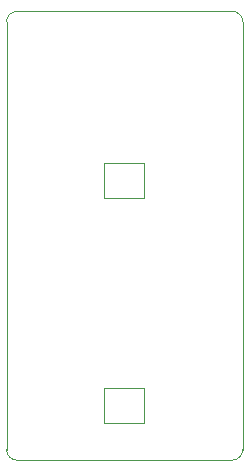
<source format=gbr>
%TF.GenerationSoftware,KiCad,Pcbnew,(7.0.0-0)*%
%TF.CreationDate,2023-02-20T11:28:14-08:00*%
%TF.ProjectId,choc_milk_keyboard,63686f63-5f6d-4696-9c6b-5f6b6579626f,rev?*%
%TF.SameCoordinates,Original*%
%TF.FileFunction,Profile,NP*%
%FSLAX46Y46*%
G04 Gerber Fmt 4.6, Leading zero omitted, Abs format (unit mm)*
G04 Created by KiCad (PCBNEW (7.0.0-0)) date 2023-02-20 11:28:14*
%MOMM*%
%LPD*%
G01*
G04 APERTURE LIST*
%TA.AperFunction,Profile*%
%ADD10C,0.100000*%
%TD*%
%TA.AperFunction,Profile*%
%ADD11C,0.120000*%
%TD*%
G04 APERTURE END LIST*
D10*
X75888618Y-99999618D02*
X94111000Y-99999618D01*
X94111000Y-138000000D02*
G75*
G03*
X95000000Y-137111000I0J889000D01*
G01*
X75888618Y-99999618D02*
G75*
G03*
X74999618Y-100888618I-18J-888982D01*
G01*
X94999982Y-100888618D02*
G75*
G03*
X94111000Y-99999618I-888982J18D01*
G01*
X74999618Y-137111382D02*
X74999618Y-100888618D01*
X95000000Y-100888618D02*
X95000000Y-137111000D01*
X74999618Y-137111382D02*
G75*
G03*
X75888618Y-138000382I888982J-18D01*
G01*
X94111000Y-138000000D02*
X75888618Y-138000000D01*
D11*
%TO.C,LED2*%
X83263000Y-112800000D02*
X83263000Y-115800000D01*
X83263000Y-115800000D02*
X86663000Y-115800000D01*
X86663000Y-112800000D02*
X83263000Y-112800000D01*
X86663000Y-115800000D02*
X86663000Y-112800000D01*
%TO.C,LED1*%
X83263000Y-131850000D02*
X83263000Y-134850000D01*
X83263000Y-134850000D02*
X86663000Y-134850000D01*
X86663000Y-131850000D02*
X83263000Y-131850000D01*
X86663000Y-134850000D02*
X86663000Y-131850000D01*
%TD*%
M02*

</source>
